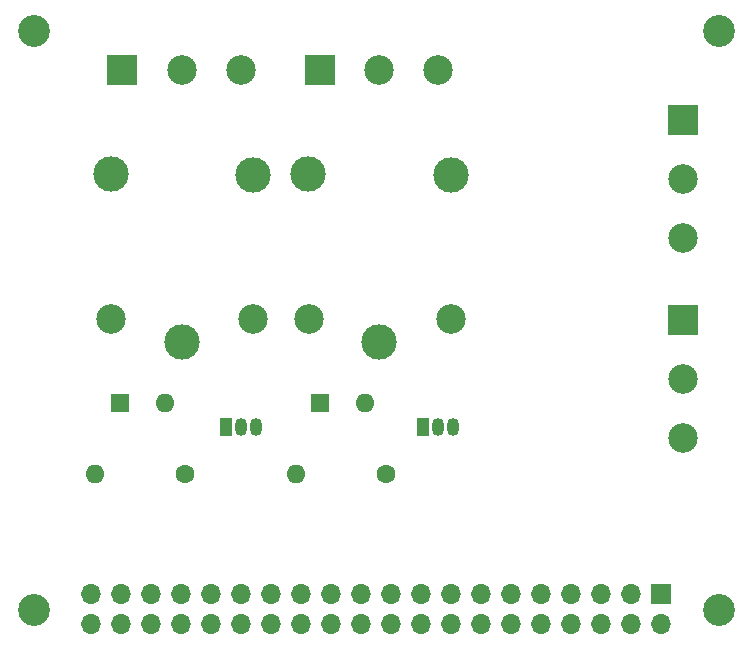
<source format=gbr>
%TF.GenerationSoftware,KiCad,Pcbnew,7.0.5-7.0.5~ubuntu22.04.1*%
%TF.CreationDate,2023-06-26T19:31:58-06:00*%
%TF.ProjectId,GaragePi_PCB,47617261-6765-4506-995f-5043422e6b69,rev?*%
%TF.SameCoordinates,Original*%
%TF.FileFunction,Soldermask,Bot*%
%TF.FilePolarity,Negative*%
%FSLAX46Y46*%
G04 Gerber Fmt 4.6, Leading zero omitted, Abs format (unit mm)*
G04 Created by KiCad (PCBNEW 7.0.5-7.0.5~ubuntu22.04.1) date 2023-06-26 19:31:58*
%MOMM*%
%LPD*%
G01*
G04 APERTURE LIST*
%ADD10C,2.700000*%
%ADD11R,2.500000X2.500000*%
%ADD12C,2.500000*%
%ADD13R,1.600000X1.600000*%
%ADD14O,1.600000X1.600000*%
%ADD15C,3.000000*%
%ADD16R,1.050000X1.500000*%
%ADD17O,1.050000X1.500000*%
%ADD18C,1.600000*%
%ADD19R,1.700000X1.700000*%
%ADD20O,1.700000X1.700000*%
G04 APERTURE END LIST*
D10*
%TO.C,H1*%
X159000000Y-48000000D03*
%TD*%
D11*
%TO.C,J4*%
X156000000Y-55500000D03*
D12*
X156000000Y-60500000D03*
X156000000Y-65500000D03*
%TD*%
D10*
%TO.C,H2*%
X101000000Y-48000000D03*
%TD*%
D13*
%TO.C,D2*%
X125250686Y-79500000D03*
D14*
X129060686Y-79500000D03*
%TD*%
D15*
%TO.C,K1*%
X113500000Y-74340000D03*
D12*
X119550000Y-72390000D03*
D15*
X119550000Y-60190000D03*
X107500000Y-60140000D03*
D12*
X107550000Y-72390000D03*
%TD*%
%TO.C,J1*%
X118500000Y-51300000D03*
X113500000Y-51300000D03*
D11*
X108500000Y-51300000D03*
%TD*%
D16*
%TO.C,Q2*%
X133960000Y-81500000D03*
D17*
X135230000Y-81500000D03*
X136500000Y-81500000D03*
%TD*%
D10*
%TO.C,H4*%
X101000000Y-97000000D03*
%TD*%
D15*
%TO.C,K2*%
X130230000Y-74340000D03*
D12*
X136280000Y-72390000D03*
D15*
X136280000Y-60190000D03*
X124230000Y-60140000D03*
D12*
X124280000Y-72390000D03*
%TD*%
D11*
%TO.C,J5*%
X156000000Y-72500000D03*
D12*
X156000000Y-77500000D03*
X156000000Y-82500000D03*
%TD*%
D13*
%TO.C,D1*%
X108250686Y-79500000D03*
D14*
X112060686Y-79500000D03*
%TD*%
D16*
%TO.C,Q1*%
X117230000Y-81500000D03*
D17*
X118500000Y-81500000D03*
X119770000Y-81500000D03*
%TD*%
D18*
%TO.C,R2*%
X130810000Y-85500000D03*
D14*
X123190000Y-85500000D03*
%TD*%
D12*
%TO.C,J2*%
X135230000Y-51300000D03*
X130230000Y-51300000D03*
D11*
X125230000Y-51300000D03*
%TD*%
D10*
%TO.C,H3*%
X159000000Y-97000000D03*
%TD*%
D18*
%TO.C,R1*%
X113810000Y-85500000D03*
D14*
X106190000Y-85500000D03*
%TD*%
D19*
%TO.C,J3*%
X154100000Y-95710000D03*
D20*
X154100000Y-98250000D03*
X151560000Y-95710000D03*
X151560000Y-98250000D03*
X149020000Y-95710000D03*
X149020000Y-98250000D03*
X146480000Y-95710000D03*
X146480000Y-98250000D03*
X143940000Y-95710000D03*
X143940000Y-98250000D03*
X141400000Y-95710000D03*
X141400000Y-98250000D03*
X138860000Y-95710000D03*
X138860000Y-98250000D03*
X136320000Y-95710000D03*
X136320000Y-98250000D03*
X133780000Y-95710000D03*
X133780000Y-98250000D03*
X131240000Y-95710000D03*
X131240000Y-98250000D03*
X128700000Y-95710000D03*
X128700000Y-98250000D03*
X126160000Y-95710000D03*
X126160000Y-98250000D03*
X123620000Y-95710000D03*
X123620000Y-98250000D03*
X121080000Y-95710000D03*
X121080000Y-98250000D03*
X118540000Y-95710000D03*
X118540000Y-98250000D03*
X116000000Y-95710000D03*
X116000000Y-98250000D03*
X113460000Y-95710000D03*
X113460000Y-98250000D03*
X110920000Y-95710000D03*
X110920000Y-98250000D03*
X108380000Y-95710000D03*
X108380000Y-98250000D03*
X105840000Y-95710000D03*
X105840000Y-98250000D03*
%TD*%
M02*

</source>
